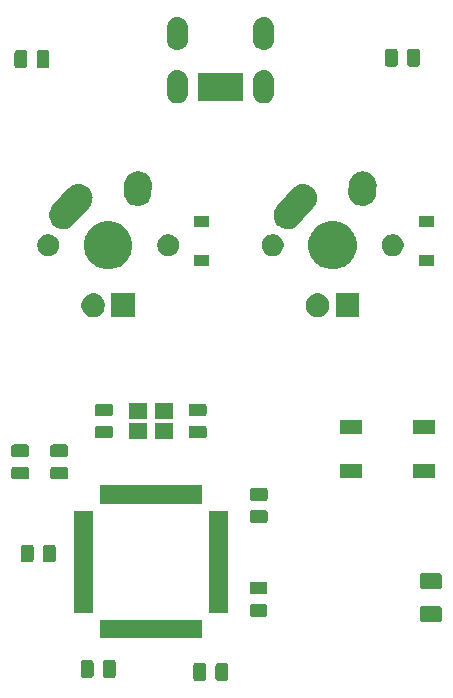
<source format=gbr>
G04 #@! TF.GenerationSoftware,KiCad,Pcbnew,(5.1.4)-1*
G04 #@! TF.CreationDate,2024-07-23T11:44:27+08:00*
G04 #@! TF.ProjectId,irog2k-pcb-demo,69726f67-326b-42d7-9063-622d64656d6f,rev?*
G04 #@! TF.SameCoordinates,Original*
G04 #@! TF.FileFunction,Soldermask,Bot*
G04 #@! TF.FilePolarity,Negative*
%FSLAX46Y46*%
G04 Gerber Fmt 4.6, Leading zero omitted, Abs format (unit mm)*
G04 Created by KiCad (PCBNEW (5.1.4)-1) date 2024-07-23 11:44:27*
%MOMM*%
%LPD*%
G04 APERTURE LIST*
%ADD10C,0.100000*%
G04 APERTURE END LIST*
D10*
G36*
X103576218Y-99393065D02*
G01*
X103614888Y-99404796D01*
X103650527Y-99423846D01*
X103681767Y-99449483D01*
X103707404Y-99480723D01*
X103726454Y-99516362D01*
X103738185Y-99555032D01*
X103742750Y-99601388D01*
X103742750Y-100677612D01*
X103738185Y-100723968D01*
X103726454Y-100762638D01*
X103707404Y-100798277D01*
X103681767Y-100829517D01*
X103650527Y-100855154D01*
X103614888Y-100874204D01*
X103576218Y-100885935D01*
X103529862Y-100890500D01*
X102878638Y-100890500D01*
X102832282Y-100885935D01*
X102793612Y-100874204D01*
X102757973Y-100855154D01*
X102726733Y-100829517D01*
X102701096Y-100798277D01*
X102682046Y-100762638D01*
X102670315Y-100723968D01*
X102665750Y-100677612D01*
X102665750Y-99601388D01*
X102670315Y-99555032D01*
X102682046Y-99516362D01*
X102701096Y-99480723D01*
X102726733Y-99449483D01*
X102757973Y-99423846D01*
X102793612Y-99404796D01*
X102832282Y-99393065D01*
X102878638Y-99388500D01*
X103529862Y-99388500D01*
X103576218Y-99393065D01*
X103576218Y-99393065D01*
G37*
G36*
X101701218Y-99393065D02*
G01*
X101739888Y-99404796D01*
X101775527Y-99423846D01*
X101806767Y-99449483D01*
X101832404Y-99480723D01*
X101851454Y-99516362D01*
X101863185Y-99555032D01*
X101867750Y-99601388D01*
X101867750Y-100677612D01*
X101863185Y-100723968D01*
X101851454Y-100762638D01*
X101832404Y-100798277D01*
X101806767Y-100829517D01*
X101775527Y-100855154D01*
X101739888Y-100874204D01*
X101701218Y-100885935D01*
X101654862Y-100890500D01*
X101003638Y-100890500D01*
X100957282Y-100885935D01*
X100918612Y-100874204D01*
X100882973Y-100855154D01*
X100851733Y-100829517D01*
X100826096Y-100798277D01*
X100807046Y-100762638D01*
X100795315Y-100723968D01*
X100790750Y-100677612D01*
X100790750Y-99601388D01*
X100795315Y-99555032D01*
X100807046Y-99516362D01*
X100826096Y-99480723D01*
X100851733Y-99449483D01*
X100882973Y-99423846D01*
X100918612Y-99404796D01*
X100957282Y-99393065D01*
X101003638Y-99388500D01*
X101654862Y-99388500D01*
X101701218Y-99393065D01*
X101701218Y-99393065D01*
G37*
G36*
X94051218Y-99139065D02*
G01*
X94089888Y-99150796D01*
X94125527Y-99169846D01*
X94156767Y-99195483D01*
X94182404Y-99226723D01*
X94201454Y-99262362D01*
X94213185Y-99301032D01*
X94217750Y-99347388D01*
X94217750Y-100423612D01*
X94213185Y-100469968D01*
X94201454Y-100508638D01*
X94182404Y-100544277D01*
X94156767Y-100575517D01*
X94125527Y-100601154D01*
X94089888Y-100620204D01*
X94051218Y-100631935D01*
X94004862Y-100636500D01*
X93353638Y-100636500D01*
X93307282Y-100631935D01*
X93268612Y-100620204D01*
X93232973Y-100601154D01*
X93201733Y-100575517D01*
X93176096Y-100544277D01*
X93157046Y-100508638D01*
X93145315Y-100469968D01*
X93140750Y-100423612D01*
X93140750Y-99347388D01*
X93145315Y-99301032D01*
X93157046Y-99262362D01*
X93176096Y-99226723D01*
X93201733Y-99195483D01*
X93232973Y-99169846D01*
X93268612Y-99150796D01*
X93307282Y-99139065D01*
X93353638Y-99134500D01*
X94004862Y-99134500D01*
X94051218Y-99139065D01*
X94051218Y-99139065D01*
G37*
G36*
X92176218Y-99139065D02*
G01*
X92214888Y-99150796D01*
X92250527Y-99169846D01*
X92281767Y-99195483D01*
X92307404Y-99226723D01*
X92326454Y-99262362D01*
X92338185Y-99301032D01*
X92342750Y-99347388D01*
X92342750Y-100423612D01*
X92338185Y-100469968D01*
X92326454Y-100508638D01*
X92307404Y-100544277D01*
X92281767Y-100575517D01*
X92250527Y-100601154D01*
X92214888Y-100620204D01*
X92176218Y-100631935D01*
X92129862Y-100636500D01*
X91478638Y-100636500D01*
X91432282Y-100631935D01*
X91393612Y-100620204D01*
X91357973Y-100601154D01*
X91326733Y-100575517D01*
X91301096Y-100544277D01*
X91282046Y-100508638D01*
X91270315Y-100469968D01*
X91265750Y-100423612D01*
X91265750Y-99347388D01*
X91270315Y-99301032D01*
X91282046Y-99262362D01*
X91301096Y-99226723D01*
X91326733Y-99195483D01*
X91357973Y-99169846D01*
X91393612Y-99150796D01*
X91432282Y-99139065D01*
X91478638Y-99134500D01*
X92129862Y-99134500D01*
X92176218Y-99139065D01*
X92176218Y-99139065D01*
G37*
G36*
X101512750Y-97306000D02*
G01*
X92860750Y-97306000D01*
X92860750Y-95704000D01*
X101512750Y-95704000D01*
X101512750Y-97306000D01*
X101512750Y-97306000D01*
G37*
G36*
X121672604Y-94581347D02*
G01*
X121709144Y-94592432D01*
X121742821Y-94610433D01*
X121772341Y-94634659D01*
X121796567Y-94664179D01*
X121814568Y-94697856D01*
X121825653Y-94734396D01*
X121830000Y-94778538D01*
X121830000Y-95727462D01*
X121825653Y-95771604D01*
X121814568Y-95808144D01*
X121796567Y-95841821D01*
X121772341Y-95871341D01*
X121742821Y-95895567D01*
X121709144Y-95913568D01*
X121672604Y-95924653D01*
X121628462Y-95929000D01*
X120179538Y-95929000D01*
X120135396Y-95924653D01*
X120098856Y-95913568D01*
X120065179Y-95895567D01*
X120035659Y-95871341D01*
X120011433Y-95841821D01*
X119993432Y-95808144D01*
X119982347Y-95771604D01*
X119978000Y-95727462D01*
X119978000Y-94778538D01*
X119982347Y-94734396D01*
X119993432Y-94697856D01*
X120011433Y-94664179D01*
X120035659Y-94634659D01*
X120065179Y-94610433D01*
X120098856Y-94592432D01*
X120135396Y-94581347D01*
X120179538Y-94577000D01*
X121628462Y-94577000D01*
X121672604Y-94581347D01*
X121672604Y-94581347D01*
G37*
G36*
X106883468Y-94383565D02*
G01*
X106922138Y-94395296D01*
X106957777Y-94414346D01*
X106989017Y-94439983D01*
X107014654Y-94471223D01*
X107033704Y-94506862D01*
X107045435Y-94545532D01*
X107050000Y-94591888D01*
X107050000Y-95243112D01*
X107045435Y-95289468D01*
X107033704Y-95328138D01*
X107014654Y-95363777D01*
X106989017Y-95395017D01*
X106957777Y-95420654D01*
X106922138Y-95439704D01*
X106883468Y-95451435D01*
X106837112Y-95456000D01*
X105760888Y-95456000D01*
X105714532Y-95451435D01*
X105675862Y-95439704D01*
X105640223Y-95420654D01*
X105608983Y-95395017D01*
X105583346Y-95363777D01*
X105564296Y-95328138D01*
X105552565Y-95289468D01*
X105548000Y-95243112D01*
X105548000Y-94591888D01*
X105552565Y-94545532D01*
X105564296Y-94506862D01*
X105583346Y-94471223D01*
X105608983Y-94439983D01*
X105640223Y-94414346D01*
X105675862Y-94395296D01*
X105714532Y-94383565D01*
X105760888Y-94379000D01*
X106837112Y-94379000D01*
X106883468Y-94383565D01*
X106883468Y-94383565D01*
G37*
G36*
X92287750Y-95131000D02*
G01*
X90685750Y-95131000D01*
X90685750Y-86479000D01*
X92287750Y-86479000D01*
X92287750Y-95131000D01*
X92287750Y-95131000D01*
G37*
G36*
X103687750Y-95131000D02*
G01*
X102085750Y-95131000D01*
X102085750Y-86479000D01*
X103687750Y-86479000D01*
X103687750Y-95131000D01*
X103687750Y-95131000D01*
G37*
G36*
X106883468Y-92508565D02*
G01*
X106922138Y-92520296D01*
X106957777Y-92539346D01*
X106989017Y-92564983D01*
X107014654Y-92596223D01*
X107033704Y-92631862D01*
X107045435Y-92670532D01*
X107050000Y-92716888D01*
X107050000Y-93368112D01*
X107045435Y-93414468D01*
X107033704Y-93453138D01*
X107014654Y-93488777D01*
X106989017Y-93520017D01*
X106957777Y-93545654D01*
X106922138Y-93564704D01*
X106883468Y-93576435D01*
X106837112Y-93581000D01*
X105760888Y-93581000D01*
X105714532Y-93576435D01*
X105675862Y-93564704D01*
X105640223Y-93545654D01*
X105608983Y-93520017D01*
X105583346Y-93488777D01*
X105564296Y-93453138D01*
X105552565Y-93414468D01*
X105548000Y-93368112D01*
X105548000Y-92716888D01*
X105552565Y-92670532D01*
X105564296Y-92631862D01*
X105583346Y-92596223D01*
X105608983Y-92564983D01*
X105640223Y-92539346D01*
X105675862Y-92520296D01*
X105714532Y-92508565D01*
X105760888Y-92504000D01*
X106837112Y-92504000D01*
X106883468Y-92508565D01*
X106883468Y-92508565D01*
G37*
G36*
X121672604Y-91781347D02*
G01*
X121709144Y-91792432D01*
X121742821Y-91810433D01*
X121772341Y-91834659D01*
X121796567Y-91864179D01*
X121814568Y-91897856D01*
X121825653Y-91934396D01*
X121830000Y-91978538D01*
X121830000Y-92927462D01*
X121825653Y-92971604D01*
X121814568Y-93008144D01*
X121796567Y-93041821D01*
X121772341Y-93071341D01*
X121742821Y-93095567D01*
X121709144Y-93113568D01*
X121672604Y-93124653D01*
X121628462Y-93129000D01*
X120179538Y-93129000D01*
X120135396Y-93124653D01*
X120098856Y-93113568D01*
X120065179Y-93095567D01*
X120035659Y-93071341D01*
X120011433Y-93041821D01*
X119993432Y-93008144D01*
X119982347Y-92971604D01*
X119978000Y-92927462D01*
X119978000Y-91978538D01*
X119982347Y-91934396D01*
X119993432Y-91897856D01*
X120011433Y-91864179D01*
X120035659Y-91834659D01*
X120065179Y-91810433D01*
X120098856Y-91792432D01*
X120135396Y-91781347D01*
X120179538Y-91777000D01*
X121628462Y-91777000D01*
X121672604Y-91781347D01*
X121672604Y-91781347D01*
G37*
G36*
X88971218Y-89360065D02*
G01*
X89009888Y-89371796D01*
X89045527Y-89390846D01*
X89076767Y-89416483D01*
X89102404Y-89447723D01*
X89121454Y-89483362D01*
X89133185Y-89522032D01*
X89137750Y-89568388D01*
X89137750Y-90644612D01*
X89133185Y-90690968D01*
X89121454Y-90729638D01*
X89102404Y-90765277D01*
X89076767Y-90796517D01*
X89045527Y-90822154D01*
X89009888Y-90841204D01*
X88971218Y-90852935D01*
X88924862Y-90857500D01*
X88273638Y-90857500D01*
X88227282Y-90852935D01*
X88188612Y-90841204D01*
X88152973Y-90822154D01*
X88121733Y-90796517D01*
X88096096Y-90765277D01*
X88077046Y-90729638D01*
X88065315Y-90690968D01*
X88060750Y-90644612D01*
X88060750Y-89568388D01*
X88065315Y-89522032D01*
X88077046Y-89483362D01*
X88096096Y-89447723D01*
X88121733Y-89416483D01*
X88152973Y-89390846D01*
X88188612Y-89371796D01*
X88227282Y-89360065D01*
X88273638Y-89355500D01*
X88924862Y-89355500D01*
X88971218Y-89360065D01*
X88971218Y-89360065D01*
G37*
G36*
X87096218Y-89360065D02*
G01*
X87134888Y-89371796D01*
X87170527Y-89390846D01*
X87201767Y-89416483D01*
X87227404Y-89447723D01*
X87246454Y-89483362D01*
X87258185Y-89522032D01*
X87262750Y-89568388D01*
X87262750Y-90644612D01*
X87258185Y-90690968D01*
X87246454Y-90729638D01*
X87227404Y-90765277D01*
X87201767Y-90796517D01*
X87170527Y-90822154D01*
X87134888Y-90841204D01*
X87096218Y-90852935D01*
X87049862Y-90857500D01*
X86398638Y-90857500D01*
X86352282Y-90852935D01*
X86313612Y-90841204D01*
X86277973Y-90822154D01*
X86246733Y-90796517D01*
X86221096Y-90765277D01*
X86202046Y-90729638D01*
X86190315Y-90690968D01*
X86185750Y-90644612D01*
X86185750Y-89568388D01*
X86190315Y-89522032D01*
X86202046Y-89483362D01*
X86221096Y-89447723D01*
X86246733Y-89416483D01*
X86277973Y-89390846D01*
X86313612Y-89371796D01*
X86352282Y-89360065D01*
X86398638Y-89355500D01*
X87049862Y-89355500D01*
X87096218Y-89360065D01*
X87096218Y-89360065D01*
G37*
G36*
X106915218Y-86446065D02*
G01*
X106953888Y-86457796D01*
X106989527Y-86476846D01*
X107020767Y-86502483D01*
X107046404Y-86533723D01*
X107065454Y-86569362D01*
X107077185Y-86608032D01*
X107081750Y-86654388D01*
X107081750Y-87305612D01*
X107077185Y-87351968D01*
X107065454Y-87390638D01*
X107046404Y-87426277D01*
X107020767Y-87457517D01*
X106989527Y-87483154D01*
X106953888Y-87502204D01*
X106915218Y-87513935D01*
X106868862Y-87518500D01*
X105792638Y-87518500D01*
X105746282Y-87513935D01*
X105707612Y-87502204D01*
X105671973Y-87483154D01*
X105640733Y-87457517D01*
X105615096Y-87426277D01*
X105596046Y-87390638D01*
X105584315Y-87351968D01*
X105579750Y-87305612D01*
X105579750Y-86654388D01*
X105584315Y-86608032D01*
X105596046Y-86569362D01*
X105615096Y-86533723D01*
X105640733Y-86502483D01*
X105671973Y-86476846D01*
X105707612Y-86457796D01*
X105746282Y-86446065D01*
X105792638Y-86441500D01*
X106868862Y-86441500D01*
X106915218Y-86446065D01*
X106915218Y-86446065D01*
G37*
G36*
X101512750Y-85906000D02*
G01*
X92860750Y-85906000D01*
X92860750Y-84304000D01*
X101512750Y-84304000D01*
X101512750Y-85906000D01*
X101512750Y-85906000D01*
G37*
G36*
X106915218Y-84571065D02*
G01*
X106953888Y-84582796D01*
X106989527Y-84601846D01*
X107020767Y-84627483D01*
X107046404Y-84658723D01*
X107065454Y-84694362D01*
X107077185Y-84733032D01*
X107081750Y-84779388D01*
X107081750Y-85430612D01*
X107077185Y-85476968D01*
X107065454Y-85515638D01*
X107046404Y-85551277D01*
X107020767Y-85582517D01*
X106989527Y-85608154D01*
X106953888Y-85627204D01*
X106915218Y-85638935D01*
X106868862Y-85643500D01*
X105792638Y-85643500D01*
X105746282Y-85638935D01*
X105707612Y-85627204D01*
X105671973Y-85608154D01*
X105640733Y-85582517D01*
X105615096Y-85551277D01*
X105596046Y-85515638D01*
X105584315Y-85476968D01*
X105579750Y-85430612D01*
X105579750Y-84779388D01*
X105584315Y-84733032D01*
X105596046Y-84694362D01*
X105615096Y-84658723D01*
X105640733Y-84627483D01*
X105671973Y-84601846D01*
X105707612Y-84582796D01*
X105746282Y-84571065D01*
X105792638Y-84566500D01*
X106868862Y-84566500D01*
X106915218Y-84571065D01*
X106915218Y-84571065D01*
G37*
G36*
X90024218Y-82763065D02*
G01*
X90062888Y-82774796D01*
X90098527Y-82793846D01*
X90129767Y-82819483D01*
X90155404Y-82850723D01*
X90174454Y-82886362D01*
X90186185Y-82925032D01*
X90190750Y-82971388D01*
X90190750Y-83622612D01*
X90186185Y-83668968D01*
X90174454Y-83707638D01*
X90155404Y-83743277D01*
X90129767Y-83774517D01*
X90098527Y-83800154D01*
X90062888Y-83819204D01*
X90024218Y-83830935D01*
X89977862Y-83835500D01*
X88901638Y-83835500D01*
X88855282Y-83830935D01*
X88816612Y-83819204D01*
X88780973Y-83800154D01*
X88749733Y-83774517D01*
X88724096Y-83743277D01*
X88705046Y-83707638D01*
X88693315Y-83668968D01*
X88688750Y-83622612D01*
X88688750Y-82971388D01*
X88693315Y-82925032D01*
X88705046Y-82886362D01*
X88724096Y-82850723D01*
X88749733Y-82819483D01*
X88780973Y-82793846D01*
X88816612Y-82774796D01*
X88855282Y-82763065D01*
X88901638Y-82758500D01*
X89977862Y-82758500D01*
X90024218Y-82763065D01*
X90024218Y-82763065D01*
G37*
G36*
X86722218Y-82763065D02*
G01*
X86760888Y-82774796D01*
X86796527Y-82793846D01*
X86827767Y-82819483D01*
X86853404Y-82850723D01*
X86872454Y-82886362D01*
X86884185Y-82925032D01*
X86888750Y-82971388D01*
X86888750Y-83622612D01*
X86884185Y-83668968D01*
X86872454Y-83707638D01*
X86853404Y-83743277D01*
X86827767Y-83774517D01*
X86796527Y-83800154D01*
X86760888Y-83819204D01*
X86722218Y-83830935D01*
X86675862Y-83835500D01*
X85599638Y-83835500D01*
X85553282Y-83830935D01*
X85514612Y-83819204D01*
X85478973Y-83800154D01*
X85447733Y-83774517D01*
X85422096Y-83743277D01*
X85403046Y-83707638D01*
X85391315Y-83668968D01*
X85386750Y-83622612D01*
X85386750Y-82971388D01*
X85391315Y-82925032D01*
X85403046Y-82886362D01*
X85422096Y-82850723D01*
X85447733Y-82819483D01*
X85478973Y-82793846D01*
X85514612Y-82774796D01*
X85553282Y-82763065D01*
X85599638Y-82758500D01*
X86675862Y-82758500D01*
X86722218Y-82763065D01*
X86722218Y-82763065D01*
G37*
G36*
X115072000Y-83731000D02*
G01*
X113170000Y-83731000D01*
X113170000Y-82529000D01*
X115072000Y-82529000D01*
X115072000Y-83731000D01*
X115072000Y-83731000D01*
G37*
G36*
X121272000Y-83731000D02*
G01*
X119370000Y-83731000D01*
X119370000Y-82529000D01*
X121272000Y-82529000D01*
X121272000Y-83731000D01*
X121272000Y-83731000D01*
G37*
G36*
X86722218Y-80888065D02*
G01*
X86760888Y-80899796D01*
X86796527Y-80918846D01*
X86827767Y-80944483D01*
X86853404Y-80975723D01*
X86872454Y-81011362D01*
X86884185Y-81050032D01*
X86888750Y-81096388D01*
X86888750Y-81747612D01*
X86884185Y-81793968D01*
X86872454Y-81832638D01*
X86853404Y-81868277D01*
X86827767Y-81899517D01*
X86796527Y-81925154D01*
X86760888Y-81944204D01*
X86722218Y-81955935D01*
X86675862Y-81960500D01*
X85599638Y-81960500D01*
X85553282Y-81955935D01*
X85514612Y-81944204D01*
X85478973Y-81925154D01*
X85447733Y-81899517D01*
X85422096Y-81868277D01*
X85403046Y-81832638D01*
X85391315Y-81793968D01*
X85386750Y-81747612D01*
X85386750Y-81096388D01*
X85391315Y-81050032D01*
X85403046Y-81011362D01*
X85422096Y-80975723D01*
X85447733Y-80944483D01*
X85478973Y-80918846D01*
X85514612Y-80899796D01*
X85553282Y-80888065D01*
X85599638Y-80883500D01*
X86675862Y-80883500D01*
X86722218Y-80888065D01*
X86722218Y-80888065D01*
G37*
G36*
X90024218Y-80888065D02*
G01*
X90062888Y-80899796D01*
X90098527Y-80918846D01*
X90129767Y-80944483D01*
X90155404Y-80975723D01*
X90174454Y-81011362D01*
X90186185Y-81050032D01*
X90190750Y-81096388D01*
X90190750Y-81747612D01*
X90186185Y-81793968D01*
X90174454Y-81832638D01*
X90155404Y-81868277D01*
X90129767Y-81899517D01*
X90098527Y-81925154D01*
X90062888Y-81944204D01*
X90024218Y-81955935D01*
X89977862Y-81960500D01*
X88901638Y-81960500D01*
X88855282Y-81955935D01*
X88816612Y-81944204D01*
X88780973Y-81925154D01*
X88749733Y-81899517D01*
X88724096Y-81868277D01*
X88705046Y-81832638D01*
X88693315Y-81793968D01*
X88688750Y-81747612D01*
X88688750Y-81096388D01*
X88693315Y-81050032D01*
X88705046Y-81011362D01*
X88724096Y-80975723D01*
X88749733Y-80944483D01*
X88780973Y-80918846D01*
X88816612Y-80899796D01*
X88855282Y-80888065D01*
X88901638Y-80883500D01*
X89977862Y-80883500D01*
X90024218Y-80888065D01*
X90024218Y-80888065D01*
G37*
G36*
X99037750Y-80399750D02*
G01*
X97535750Y-80399750D01*
X97535750Y-79097750D01*
X99037750Y-79097750D01*
X99037750Y-80399750D01*
X99037750Y-80399750D01*
G37*
G36*
X96837750Y-80399750D02*
G01*
X95335750Y-80399750D01*
X95335750Y-79097750D01*
X96837750Y-79097750D01*
X96837750Y-80399750D01*
X96837750Y-80399750D01*
G37*
G36*
X93802468Y-79302315D02*
G01*
X93841138Y-79314046D01*
X93876777Y-79333096D01*
X93908017Y-79358733D01*
X93933654Y-79389973D01*
X93952704Y-79425612D01*
X93964435Y-79464282D01*
X93969000Y-79510638D01*
X93969000Y-80161862D01*
X93964435Y-80208218D01*
X93952704Y-80246888D01*
X93933654Y-80282527D01*
X93908017Y-80313767D01*
X93876777Y-80339404D01*
X93841138Y-80358454D01*
X93802468Y-80370185D01*
X93756112Y-80374750D01*
X92679888Y-80374750D01*
X92633532Y-80370185D01*
X92594862Y-80358454D01*
X92559223Y-80339404D01*
X92527983Y-80313767D01*
X92502346Y-80282527D01*
X92483296Y-80246888D01*
X92471565Y-80208218D01*
X92467000Y-80161862D01*
X92467000Y-79510638D01*
X92471565Y-79464282D01*
X92483296Y-79425612D01*
X92502346Y-79389973D01*
X92527983Y-79358733D01*
X92559223Y-79333096D01*
X92594862Y-79314046D01*
X92633532Y-79302315D01*
X92679888Y-79297750D01*
X93756112Y-79297750D01*
X93802468Y-79302315D01*
X93802468Y-79302315D01*
G37*
G36*
X101739968Y-79302315D02*
G01*
X101778638Y-79314046D01*
X101814277Y-79333096D01*
X101845517Y-79358733D01*
X101871154Y-79389973D01*
X101890204Y-79425612D01*
X101901935Y-79464282D01*
X101906500Y-79510638D01*
X101906500Y-80161862D01*
X101901935Y-80208218D01*
X101890204Y-80246888D01*
X101871154Y-80282527D01*
X101845517Y-80313767D01*
X101814277Y-80339404D01*
X101778638Y-80358454D01*
X101739968Y-80370185D01*
X101693612Y-80374750D01*
X100617388Y-80374750D01*
X100571032Y-80370185D01*
X100532362Y-80358454D01*
X100496723Y-80339404D01*
X100465483Y-80313767D01*
X100439846Y-80282527D01*
X100420796Y-80246888D01*
X100409065Y-80208218D01*
X100404500Y-80161862D01*
X100404500Y-79510638D01*
X100409065Y-79464282D01*
X100420796Y-79425612D01*
X100439846Y-79389973D01*
X100465483Y-79358733D01*
X100496723Y-79333096D01*
X100532362Y-79314046D01*
X100571032Y-79302315D01*
X100617388Y-79297750D01*
X101693612Y-79297750D01*
X101739968Y-79302315D01*
X101739968Y-79302315D01*
G37*
G36*
X121272000Y-80031000D02*
G01*
X119370000Y-80031000D01*
X119370000Y-78829000D01*
X121272000Y-78829000D01*
X121272000Y-80031000D01*
X121272000Y-80031000D01*
G37*
G36*
X115072000Y-80031000D02*
G01*
X113170000Y-80031000D01*
X113170000Y-78829000D01*
X115072000Y-78829000D01*
X115072000Y-80031000D01*
X115072000Y-80031000D01*
G37*
G36*
X99037750Y-78699750D02*
G01*
X97535750Y-78699750D01*
X97535750Y-77397750D01*
X99037750Y-77397750D01*
X99037750Y-78699750D01*
X99037750Y-78699750D01*
G37*
G36*
X96837750Y-78699750D02*
G01*
X95335750Y-78699750D01*
X95335750Y-77397750D01*
X96837750Y-77397750D01*
X96837750Y-78699750D01*
X96837750Y-78699750D01*
G37*
G36*
X101739968Y-77427315D02*
G01*
X101778638Y-77439046D01*
X101814277Y-77458096D01*
X101845517Y-77483733D01*
X101871154Y-77514973D01*
X101890204Y-77550612D01*
X101901935Y-77589282D01*
X101906500Y-77635638D01*
X101906500Y-78286862D01*
X101901935Y-78333218D01*
X101890204Y-78371888D01*
X101871154Y-78407527D01*
X101845517Y-78438767D01*
X101814277Y-78464404D01*
X101778638Y-78483454D01*
X101739968Y-78495185D01*
X101693612Y-78499750D01*
X100617388Y-78499750D01*
X100571032Y-78495185D01*
X100532362Y-78483454D01*
X100496723Y-78464404D01*
X100465483Y-78438767D01*
X100439846Y-78407527D01*
X100420796Y-78371888D01*
X100409065Y-78333218D01*
X100404500Y-78286862D01*
X100404500Y-77635638D01*
X100409065Y-77589282D01*
X100420796Y-77550612D01*
X100439846Y-77514973D01*
X100465483Y-77483733D01*
X100496723Y-77458096D01*
X100532362Y-77439046D01*
X100571032Y-77427315D01*
X100617388Y-77422750D01*
X101693612Y-77422750D01*
X101739968Y-77427315D01*
X101739968Y-77427315D01*
G37*
G36*
X93802468Y-77427315D02*
G01*
X93841138Y-77439046D01*
X93876777Y-77458096D01*
X93908017Y-77483733D01*
X93933654Y-77514973D01*
X93952704Y-77550612D01*
X93964435Y-77589282D01*
X93969000Y-77635638D01*
X93969000Y-78286862D01*
X93964435Y-78333218D01*
X93952704Y-78371888D01*
X93933654Y-78407527D01*
X93908017Y-78438767D01*
X93876777Y-78464404D01*
X93841138Y-78483454D01*
X93802468Y-78495185D01*
X93756112Y-78499750D01*
X92679888Y-78499750D01*
X92633532Y-78495185D01*
X92594862Y-78483454D01*
X92559223Y-78464404D01*
X92527983Y-78438767D01*
X92502346Y-78407527D01*
X92483296Y-78371888D01*
X92471565Y-78333218D01*
X92467000Y-78286862D01*
X92467000Y-77635638D01*
X92471565Y-77589282D01*
X92483296Y-77550612D01*
X92502346Y-77514973D01*
X92527983Y-77483733D01*
X92559223Y-77458096D01*
X92594862Y-77439046D01*
X92633532Y-77427315D01*
X92679888Y-77422750D01*
X93756112Y-77422750D01*
X93802468Y-77427315D01*
X93802468Y-77427315D01*
G37*
G36*
X95847750Y-70092250D02*
G01*
X93840750Y-70092250D01*
X93840750Y-68085250D01*
X95847750Y-68085250D01*
X95847750Y-70092250D01*
X95847750Y-70092250D01*
G37*
G36*
X114859000Y-70092250D02*
G01*
X112852000Y-70092250D01*
X112852000Y-68085250D01*
X114859000Y-68085250D01*
X114859000Y-70092250D01*
X114859000Y-70092250D01*
G37*
G36*
X111441925Y-68090738D02*
G01*
X111608210Y-68123813D01*
X111790836Y-68199459D01*
X111955194Y-68309280D01*
X112094970Y-68449056D01*
X112204791Y-68613414D01*
X112280437Y-68796040D01*
X112319000Y-68989914D01*
X112319000Y-69187586D01*
X112280437Y-69381460D01*
X112204791Y-69564086D01*
X112094970Y-69728444D01*
X111955194Y-69868220D01*
X111790836Y-69978041D01*
X111608210Y-70053687D01*
X111441925Y-70086762D01*
X111414337Y-70092250D01*
X111216663Y-70092250D01*
X111189075Y-70086762D01*
X111022790Y-70053687D01*
X110840164Y-69978041D01*
X110675806Y-69868220D01*
X110536030Y-69728444D01*
X110426209Y-69564086D01*
X110350563Y-69381460D01*
X110312000Y-69187586D01*
X110312000Y-68989914D01*
X110350563Y-68796040D01*
X110426209Y-68613414D01*
X110536030Y-68449056D01*
X110675806Y-68309280D01*
X110840164Y-68199459D01*
X111022790Y-68123813D01*
X111189075Y-68090738D01*
X111216663Y-68085250D01*
X111414337Y-68085250D01*
X111441925Y-68090738D01*
X111441925Y-68090738D01*
G37*
G36*
X92430675Y-68090738D02*
G01*
X92596960Y-68123813D01*
X92779586Y-68199459D01*
X92943944Y-68309280D01*
X93083720Y-68449056D01*
X93193541Y-68613414D01*
X93269187Y-68796040D01*
X93307750Y-68989914D01*
X93307750Y-69187586D01*
X93269187Y-69381460D01*
X93193541Y-69564086D01*
X93083720Y-69728444D01*
X92943944Y-69868220D01*
X92779586Y-69978041D01*
X92596960Y-70053687D01*
X92430675Y-70086762D01*
X92403087Y-70092250D01*
X92205413Y-70092250D01*
X92177825Y-70086762D01*
X92011540Y-70053687D01*
X91828914Y-69978041D01*
X91664556Y-69868220D01*
X91524780Y-69728444D01*
X91414959Y-69564086D01*
X91339313Y-69381460D01*
X91300750Y-69187586D01*
X91300750Y-68989914D01*
X91339313Y-68796040D01*
X91414959Y-68613414D01*
X91524780Y-68449056D01*
X91664556Y-68309280D01*
X91828914Y-68199459D01*
X92011540Y-68123813D01*
X92177825Y-68090738D01*
X92205413Y-68085250D01*
X92403087Y-68085250D01*
X92430675Y-68090738D01*
X92430675Y-68090738D01*
G37*
G36*
X94170724Y-62042434D02*
G01*
X94388724Y-62132733D01*
X94542873Y-62196583D01*
X94877798Y-62420373D01*
X95162627Y-62705202D01*
X95386417Y-63040127D01*
X95418812Y-63118336D01*
X95540566Y-63412276D01*
X95619150Y-63807344D01*
X95619150Y-64210156D01*
X95540566Y-64605224D01*
X95489701Y-64728022D01*
X95386417Y-64977373D01*
X95162627Y-65312298D01*
X94877798Y-65597127D01*
X94542873Y-65820917D01*
X94388724Y-65884767D01*
X94170724Y-65975066D01*
X93775656Y-66053650D01*
X93372844Y-66053650D01*
X92977776Y-65975066D01*
X92759776Y-65884767D01*
X92605627Y-65820917D01*
X92270702Y-65597127D01*
X91985873Y-65312298D01*
X91762083Y-64977373D01*
X91658799Y-64728022D01*
X91607934Y-64605224D01*
X91529350Y-64210156D01*
X91529350Y-63807344D01*
X91607934Y-63412276D01*
X91729688Y-63118336D01*
X91762083Y-63040127D01*
X91985873Y-62705202D01*
X92270702Y-62420373D01*
X92605627Y-62196583D01*
X92759776Y-62132733D01*
X92977776Y-62042434D01*
X93372844Y-61963850D01*
X93775656Y-61963850D01*
X94170724Y-62042434D01*
X94170724Y-62042434D01*
G37*
G36*
X113181974Y-62042434D02*
G01*
X113399974Y-62132733D01*
X113554123Y-62196583D01*
X113889048Y-62420373D01*
X114173877Y-62705202D01*
X114397667Y-63040127D01*
X114430062Y-63118336D01*
X114551816Y-63412276D01*
X114630400Y-63807344D01*
X114630400Y-64210156D01*
X114551816Y-64605224D01*
X114500951Y-64728022D01*
X114397667Y-64977373D01*
X114173877Y-65312298D01*
X113889048Y-65597127D01*
X113554123Y-65820917D01*
X113399974Y-65884767D01*
X113181974Y-65975066D01*
X112786906Y-66053650D01*
X112384094Y-66053650D01*
X111989026Y-65975066D01*
X111771026Y-65884767D01*
X111616877Y-65820917D01*
X111281952Y-65597127D01*
X110997123Y-65312298D01*
X110773333Y-64977373D01*
X110670049Y-64728022D01*
X110619184Y-64605224D01*
X110540600Y-64210156D01*
X110540600Y-63807344D01*
X110619184Y-63412276D01*
X110740938Y-63118336D01*
X110773333Y-63040127D01*
X110997123Y-62705202D01*
X111281952Y-62420373D01*
X111616877Y-62196583D01*
X111771026Y-62132733D01*
X111989026Y-62042434D01*
X112384094Y-61963850D01*
X112786906Y-61963850D01*
X113181974Y-62042434D01*
X113181974Y-62042434D01*
G37*
G36*
X102124000Y-65809750D02*
G01*
X100822000Y-65809750D01*
X100822000Y-64807750D01*
X102124000Y-64807750D01*
X102124000Y-65809750D01*
X102124000Y-65809750D01*
G37*
G36*
X121174000Y-65809750D02*
G01*
X119872000Y-65809750D01*
X119872000Y-64807750D01*
X121174000Y-64807750D01*
X121174000Y-65809750D01*
X121174000Y-65809750D01*
G37*
G36*
X98924354Y-63118335D02*
G01*
X99092876Y-63188139D01*
X99244541Y-63289478D01*
X99373522Y-63418459D01*
X99474861Y-63570124D01*
X99544665Y-63738646D01*
X99580250Y-63917547D01*
X99580250Y-64099953D01*
X99544665Y-64278854D01*
X99474861Y-64447376D01*
X99373522Y-64599041D01*
X99244541Y-64728022D01*
X99092876Y-64829361D01*
X98924354Y-64899165D01*
X98745453Y-64934750D01*
X98563047Y-64934750D01*
X98384146Y-64899165D01*
X98215624Y-64829361D01*
X98063959Y-64728022D01*
X97934978Y-64599041D01*
X97833639Y-64447376D01*
X97763835Y-64278854D01*
X97728250Y-64099953D01*
X97728250Y-63917547D01*
X97763835Y-63738646D01*
X97833639Y-63570124D01*
X97934978Y-63418459D01*
X98063959Y-63289478D01*
X98215624Y-63188139D01*
X98384146Y-63118335D01*
X98563047Y-63082750D01*
X98745453Y-63082750D01*
X98924354Y-63118335D01*
X98924354Y-63118335D01*
G37*
G36*
X107775604Y-63118335D02*
G01*
X107944126Y-63188139D01*
X108095791Y-63289478D01*
X108224772Y-63418459D01*
X108326111Y-63570124D01*
X108395915Y-63738646D01*
X108431500Y-63917547D01*
X108431500Y-64099953D01*
X108395915Y-64278854D01*
X108326111Y-64447376D01*
X108224772Y-64599041D01*
X108095791Y-64728022D01*
X107944126Y-64829361D01*
X107775604Y-64899165D01*
X107596703Y-64934750D01*
X107414297Y-64934750D01*
X107235396Y-64899165D01*
X107066874Y-64829361D01*
X106915209Y-64728022D01*
X106786228Y-64599041D01*
X106684889Y-64447376D01*
X106615085Y-64278854D01*
X106579500Y-64099953D01*
X106579500Y-63917547D01*
X106615085Y-63738646D01*
X106684889Y-63570124D01*
X106786228Y-63418459D01*
X106915209Y-63289478D01*
X107066874Y-63188139D01*
X107235396Y-63118335D01*
X107414297Y-63082750D01*
X107596703Y-63082750D01*
X107775604Y-63118335D01*
X107775604Y-63118335D01*
G37*
G36*
X117935604Y-63118335D02*
G01*
X118104126Y-63188139D01*
X118255791Y-63289478D01*
X118384772Y-63418459D01*
X118486111Y-63570124D01*
X118555915Y-63738646D01*
X118591500Y-63917547D01*
X118591500Y-64099953D01*
X118555915Y-64278854D01*
X118486111Y-64447376D01*
X118384772Y-64599041D01*
X118255791Y-64728022D01*
X118104126Y-64829361D01*
X117935604Y-64899165D01*
X117756703Y-64934750D01*
X117574297Y-64934750D01*
X117395396Y-64899165D01*
X117226874Y-64829361D01*
X117075209Y-64728022D01*
X116946228Y-64599041D01*
X116844889Y-64447376D01*
X116775085Y-64278854D01*
X116739500Y-64099953D01*
X116739500Y-63917547D01*
X116775085Y-63738646D01*
X116844889Y-63570124D01*
X116946228Y-63418459D01*
X117075209Y-63289478D01*
X117226874Y-63188139D01*
X117395396Y-63118335D01*
X117574297Y-63082750D01*
X117756703Y-63082750D01*
X117935604Y-63118335D01*
X117935604Y-63118335D01*
G37*
G36*
X88764354Y-63118335D02*
G01*
X88932876Y-63188139D01*
X89084541Y-63289478D01*
X89213522Y-63418459D01*
X89314861Y-63570124D01*
X89384665Y-63738646D01*
X89420250Y-63917547D01*
X89420250Y-64099953D01*
X89384665Y-64278854D01*
X89314861Y-64447376D01*
X89213522Y-64599041D01*
X89084541Y-64728022D01*
X88932876Y-64829361D01*
X88764354Y-64899165D01*
X88585453Y-64934750D01*
X88403047Y-64934750D01*
X88224146Y-64899165D01*
X88055624Y-64829361D01*
X87903959Y-64728022D01*
X87774978Y-64599041D01*
X87673639Y-64447376D01*
X87603835Y-64278854D01*
X87568250Y-64099953D01*
X87568250Y-63917547D01*
X87603835Y-63738646D01*
X87673639Y-63570124D01*
X87774978Y-63418459D01*
X87903959Y-63289478D01*
X88055624Y-63188139D01*
X88224146Y-63118335D01*
X88403047Y-63082750D01*
X88585453Y-63082750D01*
X88764354Y-63118335D01*
X88764354Y-63118335D01*
G37*
G36*
X110108705Y-58832631D02*
G01*
X110114145Y-58832750D01*
X110201328Y-58832750D01*
X110217597Y-58835986D01*
X110236456Y-58838265D01*
X110253032Y-58838996D01*
X110337723Y-58859760D01*
X110343018Y-58860934D01*
X110428527Y-58877943D01*
X110443862Y-58884295D01*
X110461901Y-58890205D01*
X110478021Y-58894157D01*
X110557004Y-58931030D01*
X110561994Y-58933227D01*
X110642545Y-58966592D01*
X110656341Y-58975810D01*
X110672893Y-58985132D01*
X110687926Y-58992150D01*
X110758194Y-59043721D01*
X110762692Y-59046872D01*
X110835156Y-59095291D01*
X110846883Y-59107018D01*
X110861309Y-59119398D01*
X110874679Y-59129211D01*
X110874680Y-59129212D01*
X110933521Y-59193483D01*
X110937329Y-59197464D01*
X110998959Y-59259094D01*
X111008174Y-59272885D01*
X111019896Y-59287828D01*
X111031105Y-59300071D01*
X111076299Y-59374624D01*
X111079246Y-59379251D01*
X111127658Y-59451705D01*
X111134005Y-59467027D01*
X111142592Y-59483981D01*
X111151191Y-59498167D01*
X111180978Y-59580118D01*
X111182952Y-59585198D01*
X111216307Y-59665723D01*
X111216307Y-59665724D01*
X111219541Y-59681983D01*
X111224658Y-59700292D01*
X111230325Y-59715884D01*
X111243555Y-59802095D01*
X111244501Y-59807463D01*
X111261500Y-59892923D01*
X111261500Y-59909502D01*
X111262944Y-59928442D01*
X111265463Y-59944854D01*
X111261620Y-60031999D01*
X111261500Y-60037439D01*
X111261500Y-60124575D01*
X111258266Y-60140833D01*
X111255988Y-60159691D01*
X111255256Y-60176281D01*
X111234488Y-60260987D01*
X111233312Y-60266287D01*
X111216307Y-60351777D01*
X111209957Y-60367107D01*
X111204049Y-60385143D01*
X111200095Y-60401270D01*
X111163211Y-60480276D01*
X111161011Y-60485273D01*
X111127658Y-60565795D01*
X111118444Y-60579585D01*
X111109122Y-60596137D01*
X111102102Y-60611174D01*
X111050511Y-60681470D01*
X111047366Y-60685960D01*
X110998961Y-60758404D01*
X110941960Y-60815405D01*
X110937311Y-60820313D01*
X110505811Y-61301220D01*
X109612223Y-62297126D01*
X109484179Y-62414352D01*
X109385130Y-62474396D01*
X109286083Y-62534439D01*
X109068366Y-62613573D01*
X108839395Y-62648711D01*
X108607970Y-62638504D01*
X108382981Y-62583343D01*
X108278227Y-62534439D01*
X108173079Y-62485352D01*
X108076338Y-62414352D01*
X107986323Y-62348289D01*
X107911894Y-62266991D01*
X107829898Y-62177429D01*
X107748064Y-62042435D01*
X107709811Y-61979333D01*
X107630677Y-61761616D01*
X107595539Y-61532645D01*
X107605746Y-61301220D01*
X107660907Y-61076231D01*
X107712472Y-60965778D01*
X107758898Y-60866330D01*
X107758900Y-60866327D01*
X107861614Y-60726372D01*
X108616745Y-59884777D01*
X109148287Y-59292371D01*
X109159181Y-59278339D01*
X109172039Y-59259096D01*
X109229073Y-59202062D01*
X109233723Y-59197153D01*
X109248778Y-59180374D01*
X109270201Y-59160761D01*
X109274182Y-59156953D01*
X109335846Y-59095289D01*
X109349643Y-59086070D01*
X109364602Y-59074335D01*
X109376821Y-59063148D01*
X109408885Y-59043711D01*
X109451330Y-59017981D01*
X109455921Y-59015058D01*
X109528455Y-58966592D01*
X109543800Y-58960236D01*
X109560748Y-58951651D01*
X109574916Y-58943062D01*
X109574917Y-58943062D01*
X109574918Y-58943061D01*
X109656812Y-58913295D01*
X109661910Y-58911313D01*
X109742473Y-58877943D01*
X109758752Y-58874705D01*
X109777042Y-58869594D01*
X109792635Y-58863927D01*
X109878800Y-58850704D01*
X109884163Y-58849759D01*
X109969673Y-58832750D01*
X109986266Y-58832750D01*
X110005209Y-58831305D01*
X110021606Y-58828789D01*
X110108705Y-58832631D01*
X110108705Y-58832631D01*
G37*
G36*
X91097455Y-58832631D02*
G01*
X91102895Y-58832750D01*
X91190078Y-58832750D01*
X91206347Y-58835986D01*
X91225206Y-58838265D01*
X91241782Y-58838996D01*
X91326473Y-58859760D01*
X91331768Y-58860934D01*
X91417277Y-58877943D01*
X91432612Y-58884295D01*
X91450651Y-58890205D01*
X91466771Y-58894157D01*
X91545754Y-58931030D01*
X91550744Y-58933227D01*
X91631295Y-58966592D01*
X91645091Y-58975810D01*
X91661643Y-58985132D01*
X91676676Y-58992150D01*
X91746944Y-59043721D01*
X91751442Y-59046872D01*
X91823906Y-59095291D01*
X91835633Y-59107018D01*
X91850059Y-59119398D01*
X91863429Y-59129211D01*
X91863430Y-59129212D01*
X91922271Y-59193483D01*
X91926079Y-59197464D01*
X91987709Y-59259094D01*
X91996924Y-59272885D01*
X92008646Y-59287828D01*
X92019855Y-59300071D01*
X92065049Y-59374624D01*
X92067996Y-59379251D01*
X92116408Y-59451705D01*
X92122755Y-59467027D01*
X92131342Y-59483981D01*
X92139941Y-59498167D01*
X92169728Y-59580118D01*
X92171702Y-59585198D01*
X92205057Y-59665723D01*
X92205057Y-59665724D01*
X92208291Y-59681983D01*
X92213408Y-59700292D01*
X92219075Y-59715884D01*
X92232305Y-59802095D01*
X92233251Y-59807463D01*
X92250250Y-59892923D01*
X92250250Y-59909502D01*
X92251694Y-59928442D01*
X92254213Y-59944854D01*
X92250370Y-60031999D01*
X92250250Y-60037439D01*
X92250250Y-60124575D01*
X92247016Y-60140833D01*
X92244738Y-60159691D01*
X92244006Y-60176281D01*
X92223238Y-60260987D01*
X92222062Y-60266287D01*
X92205057Y-60351777D01*
X92198707Y-60367107D01*
X92192799Y-60385143D01*
X92188845Y-60401270D01*
X92151961Y-60480276D01*
X92149761Y-60485273D01*
X92116408Y-60565795D01*
X92107194Y-60579585D01*
X92097872Y-60596137D01*
X92090852Y-60611174D01*
X92039261Y-60681470D01*
X92036116Y-60685960D01*
X91987711Y-60758404D01*
X91930710Y-60815405D01*
X91926061Y-60820313D01*
X91494561Y-61301220D01*
X90600973Y-62297126D01*
X90472929Y-62414352D01*
X90373880Y-62474396D01*
X90274833Y-62534439D01*
X90057116Y-62613573D01*
X89828145Y-62648711D01*
X89596720Y-62638504D01*
X89371731Y-62583343D01*
X89266977Y-62534439D01*
X89161829Y-62485352D01*
X89065088Y-62414352D01*
X88975073Y-62348289D01*
X88900644Y-62266991D01*
X88818648Y-62177429D01*
X88736814Y-62042435D01*
X88698561Y-61979333D01*
X88619427Y-61761616D01*
X88584289Y-61532645D01*
X88594496Y-61301220D01*
X88649657Y-61076231D01*
X88701222Y-60965778D01*
X88747648Y-60866330D01*
X88747650Y-60866327D01*
X88850364Y-60726372D01*
X89605495Y-59884777D01*
X90137037Y-59292371D01*
X90147931Y-59278339D01*
X90160789Y-59259096D01*
X90217823Y-59202062D01*
X90222473Y-59197153D01*
X90237528Y-59180374D01*
X90258951Y-59160761D01*
X90262932Y-59156953D01*
X90324596Y-59095289D01*
X90338393Y-59086070D01*
X90353352Y-59074335D01*
X90365571Y-59063148D01*
X90397635Y-59043711D01*
X90440080Y-59017981D01*
X90444671Y-59015058D01*
X90517205Y-58966592D01*
X90532550Y-58960236D01*
X90549498Y-58951651D01*
X90563666Y-58943062D01*
X90563667Y-58943062D01*
X90563668Y-58943061D01*
X90645562Y-58913295D01*
X90650660Y-58911313D01*
X90731223Y-58877943D01*
X90747502Y-58874705D01*
X90765792Y-58869594D01*
X90781385Y-58863927D01*
X90867550Y-58850704D01*
X90872913Y-58849759D01*
X90958423Y-58832750D01*
X90975016Y-58832750D01*
X90993959Y-58831305D01*
X91010356Y-58828789D01*
X91097455Y-58832631D01*
X91097455Y-58832631D01*
G37*
G36*
X121174000Y-62509750D02*
G01*
X119872000Y-62509750D01*
X119872000Y-61507750D01*
X121174000Y-61507750D01*
X121174000Y-62509750D01*
X121174000Y-62509750D01*
G37*
G36*
X102124000Y-62509750D02*
G01*
X100822000Y-62509750D01*
X100822000Y-61507750D01*
X102124000Y-61507750D01*
X102124000Y-62509750D01*
X102124000Y-62509750D01*
G37*
G36*
X115213627Y-57751011D02*
G01*
X115234400Y-57752750D01*
X115241327Y-57752750D01*
X115336254Y-57771632D01*
X115339848Y-57772292D01*
X115435230Y-57788374D01*
X115441703Y-57790835D01*
X115461728Y-57796591D01*
X115468527Y-57797943D01*
X115530914Y-57823784D01*
X115557943Y-57834980D01*
X115561344Y-57836331D01*
X115651755Y-57870711D01*
X115657627Y-57874390D01*
X115676136Y-57883937D01*
X115682545Y-57886592D01*
X115763063Y-57940392D01*
X115766054Y-57942328D01*
X115848057Y-57993709D01*
X115853084Y-57998450D01*
X115869396Y-58011441D01*
X115875152Y-58015287D01*
X115943610Y-58083745D01*
X115946189Y-58086249D01*
X116016590Y-58152639D01*
X116020595Y-58158269D01*
X116034059Y-58174194D01*
X116038959Y-58179094D01*
X116092744Y-58259589D01*
X116094791Y-58262557D01*
X116150880Y-58341395D01*
X116153714Y-58347708D01*
X116163808Y-58365943D01*
X116167658Y-58371705D01*
X116204720Y-58461180D01*
X116206124Y-58464435D01*
X116245765Y-58552723D01*
X116247315Y-58559475D01*
X116253652Y-58579312D01*
X116256307Y-58585723D01*
X116275192Y-58680667D01*
X116275938Y-58684151D01*
X116297598Y-58778501D01*
X116297598Y-58778504D01*
X116297800Y-58785404D01*
X116300147Y-58806120D01*
X116301500Y-58812924D01*
X116301500Y-58909736D01*
X116301553Y-58913334D01*
X116302688Y-58952027D01*
X116301795Y-58964975D01*
X116301500Y-58973547D01*
X116301500Y-59044576D01*
X116295581Y-59074335D01*
X116295104Y-59076729D01*
X116293000Y-59092500D01*
X116254738Y-59647295D01*
X116225876Y-59818480D01*
X116143538Y-60035005D01*
X116020541Y-60231307D01*
X115861611Y-60399840D01*
X115672855Y-60534130D01*
X115461527Y-60629015D01*
X115235749Y-60680848D01*
X115004198Y-60687639D01*
X115004197Y-60687639D01*
X114958512Y-60679936D01*
X114775770Y-60649126D01*
X114559245Y-60566788D01*
X114362943Y-60443791D01*
X114194410Y-60284861D01*
X114060120Y-60096105D01*
X113965235Y-59884777D01*
X113913402Y-59658999D01*
X113908312Y-59485473D01*
X113949204Y-58892544D01*
X113949500Y-58883946D01*
X113949500Y-58812925D01*
X113968382Y-58718000D01*
X113969044Y-58714395D01*
X113974731Y-58680667D01*
X113985124Y-58619020D01*
X113987585Y-58612549D01*
X113993342Y-58592517D01*
X113994693Y-58585724D01*
X113997343Y-58579326D01*
X114031764Y-58496226D01*
X114033053Y-58492980D01*
X114067462Y-58402495D01*
X114071136Y-58396631D01*
X114080687Y-58378115D01*
X114083342Y-58371705D01*
X114137157Y-58291165D01*
X114139077Y-58288199D01*
X114190459Y-58206193D01*
X114195211Y-58201154D01*
X114208189Y-58184857D01*
X114212037Y-58179098D01*
X114280493Y-58110642D01*
X114283046Y-58108012D01*
X114303523Y-58086298D01*
X114349389Y-58037660D01*
X114355021Y-58033653D01*
X114370947Y-58020188D01*
X114375846Y-58015289D01*
X114456324Y-57961516D01*
X114459306Y-57959460D01*
X114538145Y-57903370D01*
X114544455Y-57900537D01*
X114562694Y-57890441D01*
X114568451Y-57886594D01*
X114568454Y-57886593D01*
X114568455Y-57886592D01*
X114657929Y-57849531D01*
X114661187Y-57848125D01*
X114749473Y-57808485D01*
X114756225Y-57806935D01*
X114776062Y-57800598D01*
X114782473Y-57797943D01*
X114877399Y-57779061D01*
X114880946Y-57778301D01*
X114975251Y-57756651D01*
X114977630Y-57756581D01*
X114982165Y-57756448D01*
X115002881Y-57754101D01*
X115009674Y-57752750D01*
X115106459Y-57752750D01*
X115110084Y-57752697D01*
X115206802Y-57749860D01*
X115213627Y-57751011D01*
X115213627Y-57751011D01*
G37*
G36*
X96202377Y-57751011D02*
G01*
X96223150Y-57752750D01*
X96230077Y-57752750D01*
X96325004Y-57771632D01*
X96328598Y-57772292D01*
X96423980Y-57788374D01*
X96430453Y-57790835D01*
X96450478Y-57796591D01*
X96457277Y-57797943D01*
X96519664Y-57823784D01*
X96546693Y-57834980D01*
X96550094Y-57836331D01*
X96640505Y-57870711D01*
X96646377Y-57874390D01*
X96664886Y-57883937D01*
X96671295Y-57886592D01*
X96751813Y-57940392D01*
X96754804Y-57942328D01*
X96836807Y-57993709D01*
X96841834Y-57998450D01*
X96858146Y-58011441D01*
X96863902Y-58015287D01*
X96932360Y-58083745D01*
X96934939Y-58086249D01*
X97005340Y-58152639D01*
X97009345Y-58158269D01*
X97022809Y-58174194D01*
X97027709Y-58179094D01*
X97081494Y-58259589D01*
X97083541Y-58262557D01*
X97139630Y-58341395D01*
X97142464Y-58347708D01*
X97152558Y-58365943D01*
X97156408Y-58371705D01*
X97193470Y-58461180D01*
X97194874Y-58464435D01*
X97234515Y-58552723D01*
X97236065Y-58559475D01*
X97242402Y-58579312D01*
X97245057Y-58585723D01*
X97263942Y-58680667D01*
X97264688Y-58684151D01*
X97286348Y-58778501D01*
X97286348Y-58778504D01*
X97286550Y-58785404D01*
X97288897Y-58806120D01*
X97290250Y-58812924D01*
X97290250Y-58909736D01*
X97290303Y-58913334D01*
X97291438Y-58952027D01*
X97290545Y-58964975D01*
X97290250Y-58973547D01*
X97290250Y-59044576D01*
X97284331Y-59074335D01*
X97283854Y-59076729D01*
X97281750Y-59092500D01*
X97243488Y-59647295D01*
X97214626Y-59818480D01*
X97132288Y-60035005D01*
X97009291Y-60231307D01*
X96850361Y-60399840D01*
X96661605Y-60534130D01*
X96450277Y-60629015D01*
X96224499Y-60680848D01*
X95992948Y-60687639D01*
X95992947Y-60687639D01*
X95947262Y-60679936D01*
X95764520Y-60649126D01*
X95547995Y-60566788D01*
X95351693Y-60443791D01*
X95183160Y-60284861D01*
X95048870Y-60096105D01*
X94953985Y-59884777D01*
X94902152Y-59658999D01*
X94897062Y-59485473D01*
X94937954Y-58892544D01*
X94938250Y-58883946D01*
X94938250Y-58812925D01*
X94957132Y-58718000D01*
X94957794Y-58714395D01*
X94963481Y-58680667D01*
X94973874Y-58619020D01*
X94976335Y-58612549D01*
X94982092Y-58592517D01*
X94983443Y-58585724D01*
X94986093Y-58579326D01*
X95020514Y-58496226D01*
X95021803Y-58492980D01*
X95056212Y-58402495D01*
X95059886Y-58396631D01*
X95069437Y-58378115D01*
X95072092Y-58371705D01*
X95125907Y-58291165D01*
X95127827Y-58288199D01*
X95179209Y-58206193D01*
X95183961Y-58201154D01*
X95196939Y-58184857D01*
X95200787Y-58179098D01*
X95269243Y-58110642D01*
X95271796Y-58108012D01*
X95292273Y-58086298D01*
X95338139Y-58037660D01*
X95343771Y-58033653D01*
X95359697Y-58020188D01*
X95364596Y-58015289D01*
X95445074Y-57961516D01*
X95448056Y-57959460D01*
X95526895Y-57903370D01*
X95533205Y-57900537D01*
X95551444Y-57890441D01*
X95557201Y-57886594D01*
X95557204Y-57886593D01*
X95557205Y-57886592D01*
X95646679Y-57849531D01*
X95649937Y-57848125D01*
X95738223Y-57808485D01*
X95744975Y-57806935D01*
X95764812Y-57800598D01*
X95771223Y-57797943D01*
X95866149Y-57779061D01*
X95869696Y-57778301D01*
X95964001Y-57756651D01*
X95966380Y-57756581D01*
X95970915Y-57756448D01*
X95991631Y-57754101D01*
X95998424Y-57752750D01*
X96095209Y-57752750D01*
X96098834Y-57752697D01*
X96195552Y-57749860D01*
X96202377Y-57751011D01*
X96202377Y-57751011D01*
G37*
G36*
X99617627Y-49213037D02*
G01*
X99787466Y-49264557D01*
X99943991Y-49348222D01*
X99979729Y-49377552D01*
X100081186Y-49460814D01*
X100164448Y-49562271D01*
X100193778Y-49598009D01*
X100277443Y-49754534D01*
X100328963Y-49924373D01*
X100342000Y-50056742D01*
X100342000Y-51145258D01*
X100328963Y-51277627D01*
X100277443Y-51447466D01*
X100193778Y-51603991D01*
X100164448Y-51639729D01*
X100081186Y-51741186D01*
X99943989Y-51853779D01*
X99787467Y-51937442D01*
X99787465Y-51937443D01*
X99617626Y-51988963D01*
X99441000Y-52006359D01*
X99264373Y-51988963D01*
X99094534Y-51937443D01*
X98938009Y-51853778D01*
X98902271Y-51824448D01*
X98800814Y-51741186D01*
X98688221Y-51603989D01*
X98604558Y-51447467D01*
X98604557Y-51447465D01*
X98553037Y-51277626D01*
X98540000Y-51145257D01*
X98540001Y-50056742D01*
X98553038Y-49924373D01*
X98604558Y-49754534D01*
X98688223Y-49598009D01*
X98717553Y-49562271D01*
X98800815Y-49460814D01*
X98902272Y-49377552D01*
X98938010Y-49348222D01*
X99094535Y-49264557D01*
X99264374Y-49213037D01*
X99441000Y-49195641D01*
X99617627Y-49213037D01*
X99617627Y-49213037D01*
G37*
G36*
X106917627Y-49213037D02*
G01*
X107087466Y-49264557D01*
X107243991Y-49348222D01*
X107279729Y-49377552D01*
X107381186Y-49460814D01*
X107464448Y-49562271D01*
X107493778Y-49598009D01*
X107577443Y-49754534D01*
X107628963Y-49924373D01*
X107642000Y-50056742D01*
X107642000Y-51145258D01*
X107628963Y-51277627D01*
X107577443Y-51447466D01*
X107493778Y-51603991D01*
X107464448Y-51639729D01*
X107381186Y-51741186D01*
X107243989Y-51853779D01*
X107087467Y-51937442D01*
X107087465Y-51937443D01*
X106917626Y-51988963D01*
X106741000Y-52006359D01*
X106564373Y-51988963D01*
X106394534Y-51937443D01*
X106238009Y-51853778D01*
X106202271Y-51824448D01*
X106100814Y-51741186D01*
X105988221Y-51603989D01*
X105904558Y-51447467D01*
X105904557Y-51447465D01*
X105853037Y-51277626D01*
X105840000Y-51145257D01*
X105840001Y-50056742D01*
X105853038Y-49924373D01*
X105904558Y-49754534D01*
X105988223Y-49598009D01*
X106017553Y-49562271D01*
X106100815Y-49460814D01*
X106202272Y-49377552D01*
X106238010Y-49348222D01*
X106394535Y-49264557D01*
X106564374Y-49213037D01*
X106741000Y-49195641D01*
X106917627Y-49213037D01*
X106917627Y-49213037D01*
G37*
G36*
X104992000Y-51777000D02*
G01*
X101190000Y-51777000D01*
X101190000Y-49425000D01*
X104992000Y-49425000D01*
X104992000Y-51777000D01*
X104992000Y-51777000D01*
G37*
G36*
X86556468Y-47513565D02*
G01*
X86595138Y-47525296D01*
X86630777Y-47544346D01*
X86662017Y-47569983D01*
X86687654Y-47601223D01*
X86706704Y-47636862D01*
X86718435Y-47675532D01*
X86723000Y-47721888D01*
X86723000Y-48798112D01*
X86718435Y-48844468D01*
X86706704Y-48883138D01*
X86687654Y-48918777D01*
X86662017Y-48950017D01*
X86630777Y-48975654D01*
X86595138Y-48994704D01*
X86556468Y-49006435D01*
X86510112Y-49011000D01*
X85858888Y-49011000D01*
X85812532Y-49006435D01*
X85773862Y-48994704D01*
X85738223Y-48975654D01*
X85706983Y-48950017D01*
X85681346Y-48918777D01*
X85662296Y-48883138D01*
X85650565Y-48844468D01*
X85646000Y-48798112D01*
X85646000Y-47721888D01*
X85650565Y-47675532D01*
X85662296Y-47636862D01*
X85681346Y-47601223D01*
X85706983Y-47569983D01*
X85738223Y-47544346D01*
X85773862Y-47525296D01*
X85812532Y-47513565D01*
X85858888Y-47509000D01*
X86510112Y-47509000D01*
X86556468Y-47513565D01*
X86556468Y-47513565D01*
G37*
G36*
X88431468Y-47513565D02*
G01*
X88470138Y-47525296D01*
X88505777Y-47544346D01*
X88537017Y-47569983D01*
X88562654Y-47601223D01*
X88581704Y-47636862D01*
X88593435Y-47675532D01*
X88598000Y-47721888D01*
X88598000Y-48798112D01*
X88593435Y-48844468D01*
X88581704Y-48883138D01*
X88562654Y-48918777D01*
X88537017Y-48950017D01*
X88505777Y-48975654D01*
X88470138Y-48994704D01*
X88431468Y-49006435D01*
X88385112Y-49011000D01*
X87733888Y-49011000D01*
X87687532Y-49006435D01*
X87648862Y-48994704D01*
X87613223Y-48975654D01*
X87581983Y-48950017D01*
X87556346Y-48918777D01*
X87537296Y-48883138D01*
X87525565Y-48844468D01*
X87521000Y-48798112D01*
X87521000Y-47721888D01*
X87525565Y-47675532D01*
X87537296Y-47636862D01*
X87556346Y-47601223D01*
X87581983Y-47569983D01*
X87613223Y-47544346D01*
X87648862Y-47525296D01*
X87687532Y-47513565D01*
X87733888Y-47509000D01*
X88385112Y-47509000D01*
X88431468Y-47513565D01*
X88431468Y-47513565D01*
G37*
G36*
X117925468Y-47386565D02*
G01*
X117964138Y-47398296D01*
X117999777Y-47417346D01*
X118031017Y-47442983D01*
X118056654Y-47474223D01*
X118075704Y-47509862D01*
X118087435Y-47548532D01*
X118092000Y-47594888D01*
X118092000Y-48671112D01*
X118087435Y-48717468D01*
X118075704Y-48756138D01*
X118056654Y-48791777D01*
X118031017Y-48823017D01*
X117999777Y-48848654D01*
X117964138Y-48867704D01*
X117925468Y-48879435D01*
X117879112Y-48884000D01*
X117227888Y-48884000D01*
X117181532Y-48879435D01*
X117142862Y-48867704D01*
X117107223Y-48848654D01*
X117075983Y-48823017D01*
X117050346Y-48791777D01*
X117031296Y-48756138D01*
X117019565Y-48717468D01*
X117015000Y-48671112D01*
X117015000Y-47594888D01*
X117019565Y-47548532D01*
X117031296Y-47509862D01*
X117050346Y-47474223D01*
X117075983Y-47442983D01*
X117107223Y-47417346D01*
X117142862Y-47398296D01*
X117181532Y-47386565D01*
X117227888Y-47382000D01*
X117879112Y-47382000D01*
X117925468Y-47386565D01*
X117925468Y-47386565D01*
G37*
G36*
X119800468Y-47386565D02*
G01*
X119839138Y-47398296D01*
X119874777Y-47417346D01*
X119906017Y-47442983D01*
X119931654Y-47474223D01*
X119950704Y-47509862D01*
X119962435Y-47548532D01*
X119967000Y-47594888D01*
X119967000Y-48671112D01*
X119962435Y-48717468D01*
X119950704Y-48756138D01*
X119931654Y-48791777D01*
X119906017Y-48823017D01*
X119874777Y-48848654D01*
X119839138Y-48867704D01*
X119800468Y-48879435D01*
X119754112Y-48884000D01*
X119102888Y-48884000D01*
X119056532Y-48879435D01*
X119017862Y-48867704D01*
X118982223Y-48848654D01*
X118950983Y-48823017D01*
X118925346Y-48791777D01*
X118906296Y-48756138D01*
X118894565Y-48717468D01*
X118890000Y-48671112D01*
X118890000Y-47594888D01*
X118894565Y-47548532D01*
X118906296Y-47509862D01*
X118925346Y-47474223D01*
X118950983Y-47442983D01*
X118982223Y-47417346D01*
X119017862Y-47398296D01*
X119056532Y-47386565D01*
X119102888Y-47382000D01*
X119754112Y-47382000D01*
X119800468Y-47386565D01*
X119800468Y-47386565D01*
G37*
G36*
X99617627Y-44713037D02*
G01*
X99787466Y-44764557D01*
X99943991Y-44848222D01*
X99979729Y-44877552D01*
X100081186Y-44960814D01*
X100164448Y-45062271D01*
X100193778Y-45098009D01*
X100277443Y-45254534D01*
X100328963Y-45424373D01*
X100342000Y-45556742D01*
X100342000Y-46645258D01*
X100328963Y-46777627D01*
X100277443Y-46947466D01*
X100193778Y-47103991D01*
X100164448Y-47139729D01*
X100081186Y-47241186D01*
X99943989Y-47353779D01*
X99852848Y-47402495D01*
X99787465Y-47437443D01*
X99617626Y-47488963D01*
X99441000Y-47506359D01*
X99264373Y-47488963D01*
X99094534Y-47437443D01*
X98938009Y-47353778D01*
X98902271Y-47324448D01*
X98800814Y-47241186D01*
X98688221Y-47103989D01*
X98604558Y-46947467D01*
X98604557Y-46947465D01*
X98553037Y-46777626D01*
X98540000Y-46645257D01*
X98540001Y-45556742D01*
X98553038Y-45424373D01*
X98604558Y-45254534D01*
X98688223Y-45098009D01*
X98717553Y-45062271D01*
X98800815Y-44960814D01*
X98902272Y-44877552D01*
X98938010Y-44848222D01*
X99094535Y-44764557D01*
X99264374Y-44713037D01*
X99441000Y-44695641D01*
X99617627Y-44713037D01*
X99617627Y-44713037D01*
G37*
G36*
X106917627Y-44713037D02*
G01*
X107087466Y-44764557D01*
X107243991Y-44848222D01*
X107279729Y-44877552D01*
X107381186Y-44960814D01*
X107464448Y-45062271D01*
X107493778Y-45098009D01*
X107577443Y-45254534D01*
X107628963Y-45424373D01*
X107642000Y-45556742D01*
X107642000Y-46645258D01*
X107628963Y-46777627D01*
X107577443Y-46947466D01*
X107493778Y-47103991D01*
X107464448Y-47139729D01*
X107381186Y-47241186D01*
X107243989Y-47353779D01*
X107152848Y-47402495D01*
X107087465Y-47437443D01*
X106917626Y-47488963D01*
X106741000Y-47506359D01*
X106564373Y-47488963D01*
X106394534Y-47437443D01*
X106238009Y-47353778D01*
X106202271Y-47324448D01*
X106100814Y-47241186D01*
X105988221Y-47103989D01*
X105904558Y-46947467D01*
X105904557Y-46947465D01*
X105853037Y-46777626D01*
X105840000Y-46645257D01*
X105840001Y-45556742D01*
X105853038Y-45424373D01*
X105904558Y-45254534D01*
X105988223Y-45098009D01*
X106017553Y-45062271D01*
X106100815Y-44960814D01*
X106202272Y-44877552D01*
X106238010Y-44848222D01*
X106394535Y-44764557D01*
X106564374Y-44713037D01*
X106741000Y-44695641D01*
X106917627Y-44713037D01*
X106917627Y-44713037D01*
G37*
M02*

</source>
